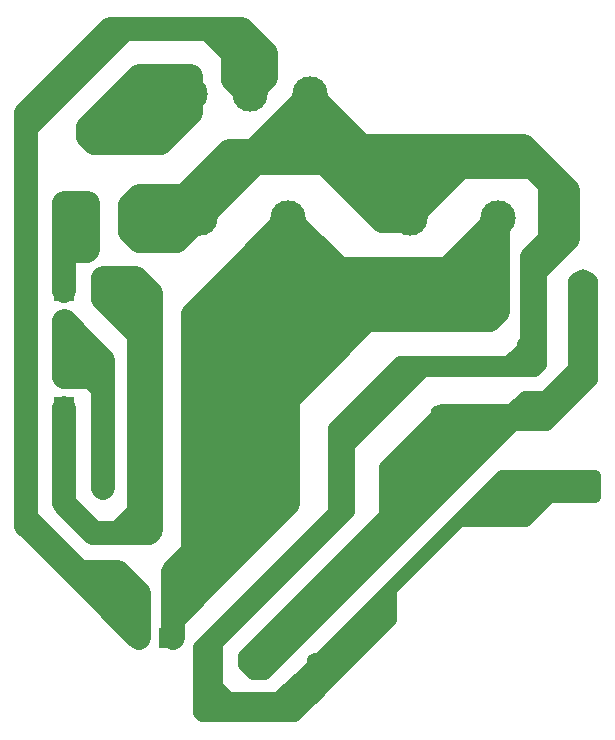
<source format=gbr>
G04 #@! TF.GenerationSoftware,KiCad,Pcbnew,(6.0.11)*
G04 #@! TF.CreationDate,2023-08-29T15:51:08+09:00*
G04 #@! TF.ProjectId,kicker_board,6b69636b-6572-45f6-926f-6172642e6b69,rev?*
G04 #@! TF.SameCoordinates,Original*
G04 #@! TF.FileFunction,Copper,L1,Top*
G04 #@! TF.FilePolarity,Positive*
%FSLAX46Y46*%
G04 Gerber Fmt 4.6, Leading zero omitted, Abs format (unit mm)*
G04 Created by KiCad (PCBNEW (6.0.11)) date 2023-08-29 15:51:08*
%MOMM*%
%LPD*%
G01*
G04 APERTURE LIST*
G04 #@! TA.AperFunction,ComponentPad*
%ADD10C,3.000000*%
G04 #@! TD*
G04 #@! TA.AperFunction,ComponentPad*
%ADD11C,1.400000*%
G04 #@! TD*
G04 #@! TA.AperFunction,ComponentPad*
%ADD12O,1.400000X1.400000*%
G04 #@! TD*
G04 #@! TA.AperFunction,ComponentPad*
%ADD13C,1.600000*%
G04 #@! TD*
G04 #@! TA.AperFunction,ComponentPad*
%ADD14R,1.700000X1.700000*%
G04 #@! TD*
G04 #@! TA.AperFunction,ComponentPad*
%ADD15O,1.700000X1.700000*%
G04 #@! TD*
G04 #@! TA.AperFunction,ComponentPad*
%ADD16C,1.524000*%
G04 #@! TD*
G04 #@! TA.AperFunction,Conductor*
%ADD17C,1.000000*%
G04 #@! TD*
G04 #@! TA.AperFunction,Conductor*
%ADD18C,2.000000*%
G04 #@! TD*
G04 APERTURE END LIST*
D10*
X153610000Y-90170000D03*
X146110000Y-90170000D03*
D11*
X166370000Y-106680000D03*
D12*
X166370000Y-99060000D03*
D13*
X174244000Y-106386000D03*
X174244000Y-101386000D03*
D11*
X136652000Y-90170000D03*
D12*
X136652000Y-82550000D03*
D14*
X134620000Y-96286000D03*
D15*
X134620000Y-98826000D03*
D11*
X140208000Y-82550000D03*
D12*
X140208000Y-90170000D03*
D10*
X145288000Y-79639000D03*
X150368000Y-79639000D03*
X155448000Y-79639000D03*
D16*
X137922000Y-95250000D03*
X137922000Y-113030000D03*
X178562000Y-95250000D03*
X178562000Y-113030000D03*
D13*
X150916000Y-127762000D03*
X155916000Y-127762000D03*
D14*
X134620000Y-106172000D03*
D15*
X134620000Y-103632000D03*
D10*
X171390000Y-90170000D03*
X163890000Y-90170000D03*
D14*
X143490000Y-125705000D03*
D15*
X140950000Y-125705000D03*
D17*
X146050000Y-126492000D02*
X146558000Y-125984000D01*
X146050000Y-132080000D02*
X146050000Y-126492000D01*
X146304000Y-132334000D02*
X146050000Y-132080000D01*
X146558000Y-132334000D02*
X146304000Y-132334000D01*
D18*
X139192000Y-120142000D02*
X140335000Y-121285000D01*
X139385000Y-122235000D02*
X139385000Y-124140000D01*
X139385000Y-124140000D02*
X140950000Y-125705000D01*
X138432500Y-123187500D02*
X139385000Y-124140000D01*
X139720000Y-121900000D02*
X139385000Y-122235000D01*
X139720000Y-121900000D02*
X138432500Y-123187500D01*
X140950000Y-121900000D02*
X139720000Y-121900000D01*
X131450000Y-116205000D02*
X138432500Y-123187500D01*
X140950000Y-121900000D02*
X140950000Y-125705000D01*
X139192000Y-120142000D02*
X140950000Y-121900000D01*
X131445000Y-116205000D02*
X131450000Y-116205000D01*
X139192000Y-120142000D02*
X136398000Y-120142000D01*
X136398000Y-120142000D02*
X136207500Y-120332500D01*
D17*
X150368000Y-126746000D02*
X149860000Y-127254000D01*
X163576000Y-113284000D02*
X163576000Y-111760000D01*
X163576000Y-114808000D02*
X163576000Y-113284000D01*
X161798000Y-117094000D02*
X151130000Y-127762000D01*
X168402000Y-108458000D02*
X167894000Y-108458000D01*
X164084000Y-114808000D02*
X163576000Y-114808000D01*
X175895000Y-107315000D02*
X179324000Y-103886000D01*
X150876000Y-127762000D02*
X150368000Y-127254000D01*
X178796000Y-103358000D02*
X175474000Y-106680000D01*
X167894000Y-108458000D02*
X167386000Y-108966000D01*
X171450000Y-108458000D02*
X152146000Y-127762000D01*
X151130000Y-127762000D02*
X150916000Y-127762000D01*
X164719000Y-110617000D02*
X164846000Y-110490000D01*
X167894000Y-107188000D02*
X167386000Y-107696000D01*
X168275000Y-109855000D02*
X169672000Y-108458000D01*
X164719000Y-114173000D02*
X164338000Y-113792000D01*
X152146000Y-128270000D02*
X172339000Y-108077000D01*
X166370000Y-112522000D02*
X162814000Y-116078000D01*
X172506000Y-106386000D02*
X173629000Y-105263000D01*
X179324000Y-103886000D02*
X179324000Y-102910000D01*
X175895000Y-107315000D02*
X175387000Y-106807000D01*
X172085000Y-106807000D02*
X172506000Y-106386000D01*
X177800000Y-96012000D02*
X177800000Y-95504000D01*
X175474000Y-106680000D02*
X178054000Y-104100000D01*
X166370000Y-111506000D02*
X166370000Y-112522000D01*
X179324000Y-95932000D02*
X179324000Y-95504000D01*
X166370000Y-112522000D02*
X165354000Y-112522000D01*
X167386000Y-107696000D02*
X169672000Y-107696000D01*
X172339000Y-108077000D02*
X172720000Y-107696000D01*
X175367000Y-105263000D02*
X177252000Y-103378000D01*
X177800000Y-102830000D02*
X174244000Y-106386000D01*
X178054000Y-104100000D02*
X178054000Y-103378000D01*
X177800000Y-96012000D02*
X177800000Y-102830000D01*
X166878000Y-111252000D02*
X168275000Y-109855000D01*
X165354000Y-112522000D02*
X164338000Y-112522000D01*
X162306000Y-114808000D02*
X162306000Y-114554000D01*
X177800000Y-95504000D02*
X178054000Y-95250000D01*
X169672000Y-108458000D02*
X168402000Y-108458000D01*
X150916000Y-126960000D02*
X161036000Y-116840000D01*
X165481000Y-113411000D02*
X165227000Y-113411000D01*
X172339000Y-108077000D02*
X152654000Y-127762000D01*
X149860000Y-128016000D02*
X150622000Y-128778000D01*
X161798000Y-116840000D02*
X161798000Y-117094000D01*
X178562000Y-95250000D02*
X177800000Y-96012000D01*
X164719000Y-114173000D02*
X164084000Y-114808000D01*
X164592000Y-111506000D02*
X163830000Y-111506000D01*
X151638000Y-128778000D02*
X152146000Y-128270000D01*
X162306000Y-115824000D02*
X164592000Y-113538000D01*
X175387000Y-106807000D02*
X172085000Y-106807000D01*
X165481000Y-113411000D02*
X164719000Y-114173000D01*
X178054000Y-95250000D02*
X178562000Y-95250000D01*
X179284000Y-95972000D02*
X179324000Y-95932000D01*
X150916000Y-127802000D02*
X151384000Y-128270000D01*
X166370000Y-108966000D02*
X166370000Y-110490000D01*
X166370000Y-110490000D02*
X165354000Y-111506000D01*
X166878000Y-110490000D02*
X166878000Y-111252000D01*
X166878000Y-108204000D02*
X166878000Y-110490000D01*
X162814000Y-116078000D02*
X161798000Y-117094000D01*
X161036000Y-116840000D02*
X161798000Y-116840000D01*
X166624000Y-112268000D02*
X171196000Y-107696000D01*
X171704000Y-107188000D02*
X167894000Y-107188000D01*
X163957000Y-111379000D02*
X166370000Y-108966000D01*
X178562000Y-103124000D02*
X178796000Y-103358000D01*
X162814000Y-111506000D02*
X162306000Y-112014000D01*
X173629000Y-105263000D02*
X175367000Y-105263000D01*
X166370000Y-107950000D02*
X162814000Y-111506000D01*
X166370000Y-110490000D02*
X166370000Y-111506000D01*
X167386000Y-107696000D02*
X167386000Y-108966000D01*
X172720000Y-107696000D02*
X173482000Y-107696000D01*
X164846000Y-110490000D02*
X166370000Y-110490000D01*
X151384000Y-128270000D02*
X152146000Y-128270000D01*
X179324000Y-95504000D02*
X179070000Y-95250000D01*
X174244000Y-106386000D02*
X166664000Y-106386000D01*
X152654000Y-127762000D02*
X152146000Y-127762000D01*
X163957000Y-111379000D02*
X164719000Y-110617000D01*
X178562000Y-95250000D02*
X178562000Y-103124000D01*
X171196000Y-107696000D02*
X171196000Y-107950000D01*
X171196000Y-107696000D02*
X171704000Y-107188000D01*
X164338000Y-112522000D02*
X163576000Y-113284000D01*
X168402000Y-108458000D02*
X166878000Y-109982000D01*
X174244000Y-106386000D02*
X175367000Y-105263000D01*
X150916000Y-127762000D02*
X150916000Y-127802000D01*
X179284000Y-95972000D02*
X178562000Y-95250000D01*
X169672000Y-108458000D02*
X169672000Y-107696000D01*
X165227000Y-113411000D02*
X163576000Y-111760000D01*
X152146000Y-127762000D02*
X150916000Y-127762000D01*
X149860000Y-127254000D02*
X149860000Y-128016000D01*
X166370000Y-111506000D02*
X165608000Y-111506000D01*
X161798000Y-111252000D02*
X161798000Y-116840000D01*
X175474000Y-106680000D02*
X166370000Y-106680000D01*
X150622000Y-128778000D02*
X151638000Y-128778000D01*
X171196000Y-107696000D02*
X173482000Y-107696000D01*
X179284000Y-98552000D02*
X179284000Y-95972000D01*
X179284000Y-102870000D02*
X178796000Y-103358000D01*
X179070000Y-95250000D02*
X178562000Y-95250000D01*
X164338000Y-113792000D02*
X164338000Y-112522000D01*
X163576000Y-111760000D02*
X163957000Y-111379000D01*
X166370000Y-106680000D02*
X166370000Y-107950000D01*
X178054000Y-103378000D02*
X175260000Y-106172000D01*
X167386000Y-108966000D02*
X168275000Y-109855000D01*
X173482000Y-107696000D02*
X175514000Y-107696000D01*
X162306000Y-114554000D02*
X162306000Y-115824000D01*
X164719000Y-110617000D02*
X165608000Y-111506000D01*
X166878000Y-109982000D02*
X166878000Y-110490000D01*
X165354000Y-111506000D02*
X165354000Y-112522000D01*
X162306000Y-112014000D02*
X162306000Y-114554000D01*
X166624000Y-112268000D02*
X165481000Y-113411000D01*
X163830000Y-111506000D02*
X163576000Y-111760000D01*
X150916000Y-127762000D02*
X150876000Y-127762000D01*
X166370000Y-107950000D02*
X166370000Y-108966000D01*
X164592000Y-113538000D02*
X164592000Y-111506000D01*
X150916000Y-127762000D02*
X150916000Y-126960000D01*
X172506000Y-106386000D02*
X174244000Y-106386000D01*
X166370000Y-106680000D02*
X167386000Y-107696000D01*
X167386000Y-107696000D02*
X166878000Y-108204000D01*
X150368000Y-127254000D02*
X150368000Y-126746000D01*
X166370000Y-112522000D02*
X166624000Y-112268000D01*
X179324000Y-102910000D02*
X179284000Y-102870000D01*
X175514000Y-107696000D02*
X175895000Y-107315000D01*
X162814000Y-111506000D02*
X162814000Y-116078000D01*
X150368000Y-126746000D02*
X162306000Y-114808000D01*
X171704000Y-107188000D02*
X172085000Y-106807000D01*
X166370000Y-106680000D02*
X161798000Y-111252000D01*
X177252000Y-103378000D02*
X178054000Y-103378000D01*
X179284000Y-98552000D02*
X179284000Y-102870000D01*
X171450000Y-108204000D02*
X171450000Y-108458000D01*
X165608000Y-111506000D02*
X164592000Y-111506000D01*
X169672000Y-107696000D02*
X171196000Y-107696000D01*
X171196000Y-107950000D02*
X171450000Y-108204000D01*
X166664000Y-106386000D02*
X166370000Y-106680000D01*
D18*
X140716000Y-98044000D02*
X140716000Y-95250000D01*
X134620000Y-114300000D02*
X134620000Y-106232000D01*
X141986000Y-96520000D02*
X141986000Y-114046000D01*
X140716000Y-95250000D02*
X137922000Y-95250000D01*
X140970000Y-115062000D02*
X140716000Y-115316000D01*
X141986000Y-114046000D02*
X140716000Y-115316000D01*
X140716000Y-115316000D02*
X139252000Y-116780000D01*
X137922000Y-97028000D02*
X140462000Y-99568000D01*
X137922000Y-95250000D02*
X137922000Y-97028000D01*
X137100000Y-116780000D02*
X134620000Y-114300000D01*
X139252000Y-116780000D02*
X141792000Y-116780000D01*
X141792000Y-116780000D02*
X141986000Y-116586000D01*
X140716000Y-98044000D02*
X140716000Y-99568000D01*
X139252000Y-116780000D02*
X137100000Y-116780000D01*
X140716000Y-95250000D02*
X141986000Y-96520000D01*
X141986000Y-116586000D02*
X141986000Y-114046000D01*
X140970000Y-99060000D02*
X140970000Y-115062000D01*
X137922000Y-95250000D02*
X140716000Y-98044000D01*
X140462000Y-99568000D02*
X140716000Y-99568000D01*
X134874000Y-102362000D02*
X134620000Y-102362000D01*
X136980000Y-101186000D02*
X136515000Y-100721000D01*
X135626000Y-99832000D02*
X134680000Y-98886000D01*
X136980000Y-103632000D02*
X136980000Y-101186000D01*
X134620000Y-102362000D02*
X134620000Y-98886000D01*
X134680000Y-98886000D02*
X134620000Y-98886000D01*
X134620000Y-103632000D02*
X134620000Y-102362000D01*
X135626000Y-99832000D02*
X137922000Y-102128000D01*
X136980000Y-103632000D02*
X135890000Y-103632000D01*
X137922000Y-104574000D02*
X137922000Y-113030000D01*
X135890000Y-103632000D02*
X134620000Y-102362000D01*
X134620000Y-103632000D02*
X136980000Y-103632000D01*
X136515000Y-100721000D02*
X134874000Y-102362000D01*
X136515000Y-100721000D02*
X135626000Y-99832000D01*
X137922000Y-102128000D02*
X137922000Y-104574000D01*
X136980000Y-103632000D02*
X137922000Y-104574000D01*
X136083522Y-92903522D02*
X135890000Y-92710000D01*
X136652000Y-90170000D02*
X135382000Y-88900000D01*
X136652000Y-90170000D02*
X136652000Y-92843044D01*
X134620000Y-88900000D02*
X134620000Y-92202000D01*
X134813522Y-92903522D02*
X134620000Y-92710000D01*
X135890000Y-92710000D02*
X136652000Y-91948000D01*
X136652000Y-90170000D02*
X136652000Y-88900000D01*
X134620000Y-92202000D02*
X136652000Y-90170000D01*
X136652000Y-88900000D02*
X135382000Y-88900000D01*
X136591522Y-92903522D02*
X134813522Y-92903522D01*
X135382000Y-88900000D02*
X134620000Y-88900000D01*
X134620000Y-92710000D02*
X135890000Y-92710000D01*
X134620000Y-96286000D02*
X134620000Y-92710000D01*
X134620000Y-92710000D02*
X134620000Y-92202000D01*
X136652000Y-91948000D02*
X136652000Y-90170000D01*
X136652000Y-92843044D02*
X136591522Y-92903522D01*
X136591522Y-92903522D02*
X136083522Y-92903522D01*
X148907500Y-76263500D02*
X146812000Y-74168000D01*
X150124000Y-79639000D02*
X149860000Y-79375000D01*
X139065000Y-121285000D02*
X140335000Y-121285000D01*
X136207500Y-120332500D02*
X137160000Y-121285000D01*
X147828000Y-74168000D02*
X149733000Y-74168000D01*
X131445000Y-83185000D02*
X131445000Y-115570000D01*
X148907500Y-75247500D02*
X147828000Y-74168000D01*
X139065000Y-121285000D02*
X139575590Y-121285000D01*
X148907500Y-76517500D02*
X148907500Y-75247500D01*
X131445000Y-82550000D02*
X131445000Y-83185000D01*
X132715000Y-81280000D02*
X131445000Y-82550000D01*
X137160000Y-121285000D02*
X139065000Y-121285000D01*
X131445000Y-115570000D02*
X131445000Y-116205000D01*
X139827000Y-74168000D02*
X132715000Y-81280000D01*
X138557000Y-74168000D02*
X131445000Y-81280000D01*
X149860000Y-79375000D02*
X148907500Y-78422500D01*
X150368000Y-76708000D02*
X148907500Y-75247500D01*
X132715000Y-81280000D02*
X131445000Y-81280000D01*
X151765000Y-78242000D02*
X150368000Y-79639000D01*
X151765000Y-76200000D02*
X151765000Y-78242000D01*
X147828000Y-74168000D02*
X146812000Y-74168000D01*
X131445000Y-115570000D02*
X133985000Y-118110000D01*
X131445000Y-81280000D02*
X131445000Y-83185000D01*
X149733000Y-74168000D02*
X151765000Y-76200000D01*
X150368000Y-79639000D02*
X150124000Y-79639000D01*
X148907500Y-76517500D02*
X148907500Y-76263500D01*
X146812000Y-74168000D02*
X139827000Y-74168000D01*
X148907500Y-78422500D02*
X148907500Y-76517500D01*
X150368000Y-79639000D02*
X150368000Y-76708000D01*
X139827000Y-74168000D02*
X138557000Y-74168000D01*
X133985000Y-118110000D02*
X136207500Y-120332500D01*
X137223500Y-81851500D02*
X136652000Y-82423000D01*
X139700000Y-81280000D02*
X139768500Y-81348500D01*
X139768500Y-81348500D02*
X143578500Y-81348500D01*
X136652000Y-82423000D02*
X136652000Y-82550000D01*
X137223500Y-81851500D02*
X137223500Y-81978500D01*
X145288000Y-79639000D02*
X139563000Y-79639000D01*
X143754000Y-78105000D02*
X145415000Y-78105000D01*
X142875000Y-83820000D02*
X145415000Y-81280000D01*
X137160000Y-83820000D02*
X142875000Y-83820000D01*
X145415000Y-79766000D02*
X145288000Y-79639000D01*
X145415000Y-79512000D02*
X145288000Y-79639000D01*
X142377000Y-82550000D02*
X143261000Y-81666000D01*
X143754000Y-78105000D02*
X145288000Y-79639000D01*
X136652000Y-82550000D02*
X140208000Y-82550000D01*
X139700000Y-81280000D02*
X140086000Y-81666000D01*
X143261000Y-81666000D02*
X143578500Y-81348500D01*
X145415000Y-78105000D02*
X145415000Y-79512000D01*
X140086000Y-81666000D02*
X143261000Y-81666000D01*
X136652000Y-83312000D02*
X137160000Y-83820000D01*
X136652000Y-82550000D02*
X136652000Y-83312000D01*
X145415000Y-81280000D02*
X145415000Y-79766000D01*
X139563000Y-79639000D02*
X139563000Y-79512000D01*
X138811000Y-80391000D02*
X139700000Y-81280000D01*
X137223500Y-81978500D02*
X136652000Y-82550000D01*
X140970000Y-78105000D02*
X137223500Y-81851500D01*
X140970000Y-78105000D02*
X143754000Y-78105000D01*
X140208000Y-82550000D02*
X142377000Y-82550000D01*
X139563000Y-79512000D02*
X140970000Y-78105000D01*
X138811000Y-80391000D02*
X137223500Y-81978500D01*
X143578500Y-81348500D02*
X145288000Y-79639000D01*
X139563000Y-79639000D02*
X136652000Y-82550000D01*
X139563000Y-79639000D02*
X138811000Y-80391000D01*
X153610000Y-90170000D02*
X153610000Y-96326000D01*
X171390000Y-90170000D02*
X167072000Y-94488000D01*
X171390000Y-92710000D02*
X169612000Y-94488000D01*
X151130000Y-96520000D02*
X151130000Y-113030000D01*
X170688000Y-98806000D02*
X170688000Y-96520000D01*
X153610000Y-93786000D02*
X153610000Y-94488000D01*
X152400000Y-113665000D02*
X146685000Y-119380000D01*
X143825295Y-120080705D02*
X143825295Y-124144705D01*
X167072000Y-94488000D02*
X166624000Y-94488000D01*
X155956000Y-94488000D02*
X153610000Y-94488000D01*
X166624000Y-94488000D02*
X157988000Y-94488000D01*
X146685000Y-119380000D02*
X146685000Y-116459000D01*
X170688000Y-98806000D02*
X160274000Y-98806000D01*
X156658000Y-102422000D02*
X153610000Y-102422000D01*
X150510000Y-93270000D02*
X150510000Y-93330000D01*
X153610000Y-96326000D02*
X153610000Y-96714000D01*
X155418000Y-91978000D02*
X153610000Y-93786000D01*
X145732500Y-100012500D02*
X152400000Y-93345000D01*
X151130000Y-113030000D02*
X149860000Y-114300000D01*
X171390000Y-92710000D02*
X171390000Y-98104000D01*
X153610000Y-90170000D02*
X150510000Y-93270000D01*
X153610000Y-96714000D02*
X153610000Y-97850000D01*
X153610000Y-90170000D02*
X155418000Y-91978000D01*
X158242000Y-100838000D02*
X155194000Y-100838000D01*
X155956000Y-92516000D02*
X156016000Y-92516000D01*
X147955000Y-101600000D02*
X149860000Y-99695000D01*
X153610000Y-99374000D02*
X153610000Y-102422000D01*
X153610000Y-97850000D02*
X169732000Y-97850000D01*
X144272000Y-119634000D02*
X143825295Y-120080705D01*
X171390000Y-90170000D02*
X171390000Y-92710000D01*
X156337000Y-99695000D02*
X159385000Y-99695000D01*
X146685000Y-100965000D02*
X151130000Y-96520000D01*
X145542000Y-119634000D02*
X144272000Y-119634000D01*
X145097500Y-122872500D02*
X145732500Y-122237500D01*
X153610000Y-97850000D02*
X153610000Y-99374000D01*
X170494000Y-96714000D02*
X170688000Y-96520000D01*
X149860000Y-114300000D02*
X147955000Y-116205000D01*
X149860000Y-99695000D02*
X149860000Y-114300000D01*
X155194000Y-100838000D02*
X156337000Y-99695000D01*
X155418000Y-91978000D02*
X155956000Y-92516000D01*
X145732500Y-122237500D02*
X145732500Y-100012500D01*
X153610000Y-102422000D02*
X155194000Y-100838000D01*
X158242000Y-100838000D02*
X156658000Y-102422000D01*
X146685000Y-117221000D02*
X146685000Y-116459000D01*
X145542000Y-122047000D02*
X145732500Y-122237500D01*
X150510000Y-93330000D02*
X145542000Y-98298000D01*
X153730000Y-105350000D02*
X158242000Y-100838000D01*
X157988000Y-94488000D02*
X155956000Y-94488000D01*
X152400000Y-93345000D02*
X152400000Y-113665000D01*
X153610000Y-105350000D02*
X153610000Y-114360000D01*
X169732000Y-97850000D02*
X170688000Y-98806000D01*
X159385000Y-99695000D02*
X160274000Y-98806000D01*
X143825295Y-124144705D02*
X145097500Y-122872500D01*
X170688000Y-93412000D02*
X171390000Y-92710000D01*
X156718000Y-100838000D02*
X156210000Y-100838000D01*
X144272000Y-119634000D02*
X146685000Y-117221000D01*
X147955000Y-116205000D02*
X147955000Y-101600000D01*
X156016000Y-92516000D02*
X157988000Y-94488000D01*
X170688000Y-95564000D02*
X154372000Y-95564000D01*
X143825295Y-120080705D02*
X143825295Y-125705000D01*
X156718000Y-100838000D02*
X158242000Y-100838000D01*
X155194000Y-100838000D02*
X156718000Y-100838000D01*
X146685000Y-116459000D02*
X146685000Y-100965000D01*
X154372000Y-95564000D02*
X153610000Y-96326000D01*
X144272000Y-123698000D02*
X143825295Y-124144705D01*
X153610000Y-96714000D02*
X170494000Y-96714000D01*
X171390000Y-98104000D02*
X170688000Y-98806000D01*
X153610000Y-102422000D02*
X153610000Y-105350000D01*
X170688000Y-96520000D02*
X170688000Y-95564000D01*
X145732500Y-122237500D02*
X144272000Y-123698000D01*
X170688000Y-95564000D02*
X169612000Y-94488000D01*
X145542000Y-98298000D02*
X145542000Y-119634000D01*
X158242000Y-100838000D02*
X159385000Y-99695000D01*
X153610000Y-114360000D02*
X145732500Y-122237500D01*
X154178000Y-98806000D02*
X153610000Y-99374000D01*
X155956000Y-92516000D02*
X155956000Y-94488000D01*
X156210000Y-100838000D02*
X154178000Y-98806000D01*
X153610000Y-105350000D02*
X153730000Y-105350000D01*
X169612000Y-94488000D02*
X166624000Y-94488000D01*
X160274000Y-98806000D02*
X154178000Y-98806000D01*
X145542000Y-119634000D02*
X145542000Y-122047000D01*
X170688000Y-95564000D02*
X170688000Y-93412000D01*
X172407500Y-84015500D02*
X173931500Y-85539500D01*
D17*
X174371000Y-115189000D02*
X173736000Y-115824000D01*
X161377000Y-122301000D02*
X161417000Y-122301000D01*
X168148000Y-115824000D02*
X168910000Y-115824000D01*
X168021000Y-115697000D02*
X168275000Y-115443000D01*
D18*
X158402500Y-85437500D02*
X158780000Y-85060000D01*
D17*
X155916000Y-130596000D02*
X155916000Y-130008000D01*
X163068000Y-102362000D02*
X163576000Y-102362000D01*
X174371000Y-115189000D02*
X170561000Y-115189000D01*
D18*
X159824500Y-84015500D02*
X171010500Y-84015500D01*
D17*
X170688000Y-114046000D02*
X171196000Y-113538000D01*
D18*
X155448000Y-79639000D02*
X159824500Y-84015500D01*
D17*
X155916000Y-130596000D02*
X156845000Y-129667000D01*
X179578000Y-112776000D02*
X179578000Y-113030000D01*
D18*
X144205000Y-92075000D02*
X146110000Y-90170000D01*
D17*
X159512000Y-106680000D02*
X157988000Y-108204000D01*
D18*
X146685000Y-88265000D02*
X146753500Y-88333500D01*
X161348500Y-85539500D02*
X173931500Y-85539500D01*
D17*
X158750000Y-109474000D02*
X158750000Y-115062000D01*
X152146000Y-130810000D02*
X148590000Y-130810000D01*
X164846000Y-102362000D02*
X172212000Y-102362000D01*
X162306000Y-124206000D02*
X162306000Y-123190000D01*
X170053000Y-114681000D02*
X170688000Y-114046000D01*
D18*
X177292000Y-91948000D02*
X174244000Y-94996000D01*
X151795000Y-84485000D02*
X151922000Y-84358000D01*
D17*
X174244000Y-101386000D02*
X172506000Y-103124000D01*
X147320000Y-132334000D02*
X146558000Y-132334000D01*
X146558000Y-127254000D02*
X147320000Y-128016000D01*
D18*
X175260000Y-86868000D02*
X174244000Y-85852000D01*
D17*
X154432000Y-129159000D02*
X152781000Y-130810000D01*
X168656000Y-115824000D02*
X168148000Y-115824000D01*
D18*
X174244000Y-94996000D02*
X174244000Y-101386000D01*
D17*
X178816000Y-113792000D02*
X176276000Y-113792000D01*
X155916000Y-127762000D02*
X161377000Y-122301000D01*
D18*
X175768000Y-91948000D02*
X174244000Y-93472000D01*
D17*
X174498000Y-103124000D02*
X175006000Y-102616000D01*
X173482000Y-103124000D02*
X174244000Y-102362000D01*
X148336000Y-132334000D02*
X146558000Y-130556000D01*
D18*
X140208000Y-90170000D02*
X146110000Y-90170000D01*
X150842500Y-85437500D02*
X151795000Y-84485000D01*
X155448000Y-79639000D02*
X155448000Y-81728000D01*
X175260000Y-86868000D02*
X175768000Y-87376000D01*
X161544000Y-90424000D02*
X163636000Y-90424000D01*
D17*
X170688000Y-113030000D02*
X178562000Y-113030000D01*
D18*
X175768000Y-87376000D02*
X177292000Y-88900000D01*
X175768000Y-92458000D02*
X175768000Y-90932000D01*
D17*
X168910000Y-115824000D02*
X170053000Y-114681000D01*
D18*
X158780000Y-85060000D02*
X163890000Y-90170000D01*
D17*
X154940000Y-131572000D02*
X155321000Y-131191000D01*
X177292000Y-91948000D02*
X176278000Y-91948000D01*
D18*
X154940000Y-83820000D02*
X161544000Y-90424000D01*
D17*
X175006000Y-94234000D02*
X177292000Y-91948000D01*
D18*
X164876000Y-89184000D02*
X163890000Y-90170000D01*
D17*
X162306000Y-123190000D02*
X156845000Y-128651000D01*
X153630000Y-130048000D02*
X154940000Y-130048000D01*
D18*
X175768000Y-90932000D02*
X175768000Y-89662000D01*
X146110000Y-88977000D02*
X146753500Y-88333500D01*
D17*
X146558000Y-127254000D02*
X146558000Y-125984000D01*
X154940000Y-130048000D02*
X154980000Y-130008000D01*
X148590000Y-130810000D02*
X149479000Y-131699000D01*
X162306000Y-121412000D02*
X168021000Y-115697000D01*
D18*
X162872500Y-87063500D02*
X164876000Y-89067000D01*
X146110000Y-90170000D02*
X150842500Y-85437500D01*
X144780000Y-88265000D02*
X146685000Y-88265000D01*
D17*
X158750000Y-115062000D02*
X147574000Y-126238000D01*
X175006000Y-102616000D02*
X175006000Y-102148000D01*
D18*
X140208000Y-91313000D02*
X140970000Y-92075000D01*
D17*
X161417000Y-122301000D02*
X162306000Y-121412000D01*
X146558000Y-132334000D02*
X146558000Y-131572000D01*
X154519000Y-129159000D02*
X161377000Y-122301000D01*
X155321000Y-131191000D02*
X155916000Y-130596000D01*
X155916000Y-127762000D02*
X153630000Y-130048000D01*
D18*
X164876000Y-89067000D02*
X164876000Y-89184000D01*
D17*
X156972000Y-127762000D02*
X155916000Y-127762000D01*
D18*
X171010500Y-84015500D02*
X173550500Y-84015500D01*
D17*
X179578000Y-112014000D02*
X179578000Y-113030000D01*
X156845000Y-128651000D02*
X156845000Y-129667000D01*
D18*
X151795000Y-84485000D02*
X148560000Y-84485000D01*
X161348500Y-85539500D02*
X162872500Y-87063500D01*
D17*
X170688000Y-114046000D02*
X174244000Y-114046000D01*
D18*
X166654000Y-87406000D02*
X164876000Y-89184000D01*
D17*
X168148000Y-115824000D02*
X168021000Y-115697000D01*
X157480000Y-107950000D02*
X163068000Y-102362000D01*
X147574000Y-129794000D02*
X148590000Y-130810000D01*
X147320000Y-130302000D02*
X148844000Y-131826000D01*
D18*
X171010500Y-84015500D02*
X172407500Y-84015500D01*
D17*
X148336000Y-132334000D02*
X147320000Y-132334000D01*
X175768000Y-113792000D02*
X175514000Y-114046000D01*
X155956000Y-127762000D02*
X161417000Y-122301000D01*
D18*
X174244000Y-85852000D02*
X168208000Y-85852000D01*
D17*
X157480000Y-115062000D02*
X157480000Y-107950000D01*
X155194000Y-128778000D02*
X170688000Y-113284000D01*
X155916000Y-127762000D02*
X155956000Y-127762000D01*
X146558000Y-127254000D02*
X147574000Y-126238000D01*
X175514000Y-114046000D02*
X174371000Y-115189000D01*
D18*
X173931500Y-85539500D02*
X174244000Y-85852000D01*
D17*
X153924000Y-130048000D02*
X154940000Y-130048000D01*
D18*
X154940000Y-83820000D02*
X152460000Y-83820000D01*
D17*
X155194000Y-129032000D02*
X155194000Y-128778000D01*
D18*
X150842500Y-85437500D02*
X158402500Y-85437500D01*
D17*
X154940000Y-130810000D02*
X152146000Y-130810000D01*
X168529000Y-115697000D02*
X168021000Y-115697000D01*
X154432000Y-129159000D02*
X154519000Y-129159000D01*
X163576000Y-102362000D02*
X164846000Y-102362000D01*
X174117000Y-114681000D02*
X170053000Y-114681000D01*
X156845000Y-129667000D02*
X162306000Y-124206000D01*
X178816000Y-112014000D02*
X179578000Y-112776000D01*
X178816000Y-112014000D02*
X179578000Y-112014000D01*
X178562000Y-113030000D02*
X176530000Y-113030000D01*
X173736000Y-115824000D02*
X168656000Y-115824000D01*
D18*
X168208000Y-85852000D02*
X166654000Y-87406000D01*
X175768000Y-87376000D02*
X175768000Y-90932000D01*
X175768000Y-89662000D02*
X175768000Y-92458000D01*
D17*
X157988000Y-114554000D02*
X157988000Y-109220000D01*
X170561000Y-115189000D02*
X170053000Y-114681000D01*
X172506000Y-103124000D02*
X165100000Y-103124000D01*
X154940000Y-130810000D02*
X154686000Y-130810000D01*
X157480000Y-115062000D02*
X157988000Y-114554000D01*
X149479000Y-131699000D02*
X149606000Y-131572000D01*
X174498000Y-114300000D02*
X174117000Y-114681000D01*
X173188000Y-101386000D02*
X174244000Y-101386000D01*
X174244000Y-102362000D02*
X174244000Y-101386000D01*
D18*
X174244000Y-93472000D02*
X174244000Y-94996000D01*
X163636000Y-90424000D02*
X163890000Y-90170000D01*
D17*
X154940000Y-130048000D02*
X154940000Y-130810000D01*
D18*
X146753500Y-88333500D02*
X155448000Y-79639000D01*
X140208000Y-90170000D02*
X140208000Y-89027000D01*
D17*
X152781000Y-130810000D02*
X152146000Y-130810000D01*
D18*
X175768000Y-87376000D02*
X174244000Y-85852000D01*
X154940000Y-82296000D02*
X154940000Y-83820000D01*
X140208000Y-90170000D02*
X140208000Y-91313000D01*
D17*
X171196000Y-113538000D02*
X175006000Y-113538000D01*
X176276000Y-113792000D02*
X176022000Y-113538000D01*
X168275000Y-115443000D02*
X170688000Y-113030000D01*
X179578000Y-113030000D02*
X178816000Y-113792000D01*
X170688000Y-113030000D02*
X171704000Y-112014000D01*
X174244000Y-101386000D02*
X174030000Y-101386000D01*
X174030000Y-101386000D02*
X173482000Y-100838000D01*
X163576000Y-102362000D02*
X163576000Y-102616000D01*
X150114000Y-132334000D02*
X154178000Y-132334000D01*
D18*
X146110000Y-90170000D02*
X146110000Y-88977000D01*
X152460000Y-83820000D02*
X151922000Y-84358000D01*
X173550500Y-84015500D02*
X177292000Y-87757000D01*
D17*
X154432000Y-129159000D02*
X155067000Y-129159000D01*
X176276000Y-113792000D02*
X175768000Y-113792000D01*
X162306000Y-123190000D02*
X162306000Y-121412000D01*
X146558000Y-131572000D02*
X146558000Y-130556000D01*
D18*
X153984000Y-82296000D02*
X154940000Y-82296000D01*
X140970000Y-88265000D02*
X144780000Y-88265000D01*
X148560000Y-84485000D02*
X144780000Y-88265000D01*
D17*
X154178000Y-132334000D02*
X148336000Y-132334000D01*
X168656000Y-115824000D02*
X168275000Y-115443000D01*
X172212000Y-102362000D02*
X173188000Y-101386000D01*
X157988000Y-109220000D02*
X164846000Y-102362000D01*
D18*
X162872500Y-87063500D02*
X166311500Y-87063500D01*
D17*
X172506000Y-103124000D02*
X173482000Y-103124000D01*
X155067000Y-129159000D02*
X155916000Y-130008000D01*
D18*
X140208000Y-89027000D02*
X140970000Y-88265000D01*
D17*
X154178000Y-132334000D02*
X154940000Y-131572000D01*
X162306000Y-123190000D02*
X161417000Y-122301000D01*
X146558000Y-125984000D02*
X157480000Y-115062000D01*
X160488000Y-123190000D02*
X161544000Y-123190000D01*
D18*
X151922000Y-84358000D02*
X153984000Y-82296000D01*
D17*
X173482000Y-103124000D02*
X174498000Y-103124000D01*
X161544000Y-123190000D02*
X156972000Y-127762000D01*
D18*
X177292000Y-91948000D02*
X177292000Y-88900000D01*
D17*
X154686000Y-130810000D02*
X153924000Y-130048000D01*
X175006000Y-102148000D02*
X174244000Y-101386000D01*
X179578000Y-113792000D02*
X178816000Y-113792000D01*
D18*
X175768000Y-90932000D02*
X175768000Y-91948000D01*
D17*
X176022000Y-113538000D02*
X175514000Y-114046000D01*
X174244000Y-114046000D02*
X174498000Y-114300000D01*
D18*
X140970000Y-92075000D02*
X144205000Y-92075000D01*
X155448000Y-81728000D02*
X158780000Y-85060000D01*
D17*
X146558000Y-130556000D02*
X146558000Y-127254000D01*
X154940000Y-130810000D02*
X155321000Y-131191000D01*
X149606000Y-131572000D02*
X154940000Y-131572000D01*
D18*
X175768000Y-89662000D02*
X175768000Y-87376000D01*
D17*
X171704000Y-112014000D02*
X178816000Y-112014000D01*
X176530000Y-113030000D02*
X176022000Y-113538000D01*
X175006000Y-113538000D02*
X175514000Y-114046000D01*
D18*
X166311500Y-87063500D02*
X166654000Y-87406000D01*
D17*
X179578000Y-113030000D02*
X179578000Y-113792000D01*
X154980000Y-130008000D02*
X155916000Y-130008000D01*
X147320000Y-132334000D02*
X146558000Y-131572000D01*
X170688000Y-113284000D02*
X170688000Y-113030000D01*
X155916000Y-130008000D02*
X155916000Y-127762000D01*
X147574000Y-126238000D02*
X147574000Y-129794000D01*
D18*
X177292000Y-87757000D02*
X177292000Y-88900000D01*
D17*
X149479000Y-131699000D02*
X150114000Y-132334000D01*
X168656000Y-115824000D02*
X168529000Y-115697000D01*
X163576000Y-102616000D02*
X159512000Y-106680000D01*
X147320000Y-128016000D02*
X147320000Y-130302000D01*
X155916000Y-127762000D02*
X160488000Y-123190000D01*
X161417000Y-122301000D02*
X170688000Y-113030000D01*
D18*
X159824500Y-84015500D02*
X161348500Y-85539500D01*
D17*
X165100000Y-103124000D02*
X158750000Y-109474000D01*
X175006000Y-102148000D02*
X175006000Y-94234000D01*
M02*

</source>
